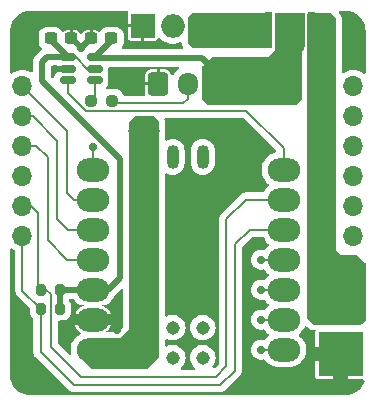
<source format=gtl>
G04 #@! TF.GenerationSoftware,KiCad,Pcbnew,7.0.1*
G04 #@! TF.CreationDate,2023-08-13T17:58:05+02:00*
G04 #@! TF.ProjectId,neopixel_cots_hat,6e656f70-6978-4656-9c5f-636f74735f68,1*
G04 #@! TF.SameCoordinates,Original*
G04 #@! TF.FileFunction,Copper,L1,Top*
G04 #@! TF.FilePolarity,Positive*
%FSLAX46Y46*%
G04 Gerber Fmt 4.6, Leading zero omitted, Abs format (unit mm)*
G04 Created by KiCad (PCBNEW 7.0.1) date 2023-08-13 17:58:05*
%MOMM*%
%LPD*%
G01*
G04 APERTURE LIST*
G04 Aperture macros list*
%AMRoundRect*
0 Rectangle with rounded corners*
0 $1 Rounding radius*
0 $2 $3 $4 $5 $6 $7 $8 $9 X,Y pos of 4 corners*
0 Add a 4 corners polygon primitive as box body*
4,1,4,$2,$3,$4,$5,$6,$7,$8,$9,$2,$3,0*
0 Add four circle primitives for the rounded corners*
1,1,$1+$1,$2,$3*
1,1,$1+$1,$4,$5*
1,1,$1+$1,$6,$7*
1,1,$1+$1,$8,$9*
0 Add four rect primitives between the rounded corners*
20,1,$1+$1,$2,$3,$4,$5,0*
20,1,$1+$1,$4,$5,$6,$7,0*
20,1,$1+$1,$6,$7,$8,$9,0*
20,1,$1+$1,$8,$9,$2,$3,0*%
%AMFreePoly0*
4,1,19,0.550000,-1.500000,0.000000,-1.500000,0.000000,-1.494911,-0.071157,-1.494911,-0.207708,-1.454816,-0.327430,-1.377875,-0.420627,-1.270320,-0.479746,-1.140866,-0.500000,-1.000000,-0.500000,1.000000,-0.479746,1.140866,-0.420627,1.270320,-0.327430,1.377875,-0.207708,1.454816,-0.071157,1.494911,0.000000,1.494911,0.000000,1.500000,0.550000,1.500000,0.550000,-1.500000,0.550000,-1.500000,
$1*%
G04 Aperture macros list end*
G04 #@! TA.AperFunction,SMDPad,CuDef*
%ADD10O,2.748280X1.998980*%
G04 #@! TD*
G04 #@! TA.AperFunction,SMDPad,CuDef*
%ADD11O,1.016000X2.032000*%
G04 #@! TD*
G04 #@! TA.AperFunction,SMDPad,CuDef*
%ADD12C,1.143000*%
G04 #@! TD*
G04 #@! TA.AperFunction,SMDPad,CuDef*
%ADD13FreePoly0,0.000000*%
G04 #@! TD*
G04 #@! TA.AperFunction,SMDPad,CuDef*
%ADD14R,2.500000X3.000000*%
G04 #@! TD*
G04 #@! TA.AperFunction,SMDPad,CuDef*
%ADD15FreePoly0,180.000000*%
G04 #@! TD*
G04 #@! TA.AperFunction,SMDPad,CuDef*
%ADD16RoundRect,0.200000X0.200000X0.275000X-0.200000X0.275000X-0.200000X-0.275000X0.200000X-0.275000X0*%
G04 #@! TD*
G04 #@! TA.AperFunction,ComponentPad*
%ADD17C,3.800000*%
G04 #@! TD*
G04 #@! TA.AperFunction,ComponentPad*
%ADD18R,3.800000X3.800000*%
G04 #@! TD*
G04 #@! TA.AperFunction,ComponentPad*
%ADD19O,2.000000X2.000000*%
G04 #@! TD*
G04 #@! TA.AperFunction,ComponentPad*
%ADD20O,1.700000X1.700000*%
G04 #@! TD*
G04 #@! TA.AperFunction,ComponentPad*
%ADD21R,2.000000X2.000000*%
G04 #@! TD*
G04 #@! TA.AperFunction,SMDPad,CuDef*
%ADD22RoundRect,0.237500X0.300000X0.237500X-0.300000X0.237500X-0.300000X-0.237500X0.300000X-0.237500X0*%
G04 #@! TD*
G04 #@! TA.AperFunction,SMDPad,CuDef*
%ADD23RoundRect,0.237500X-0.300000X-0.237500X0.300000X-0.237500X0.300000X0.237500X-0.300000X0.237500X0*%
G04 #@! TD*
G04 #@! TA.AperFunction,ComponentPad*
%ADD24RoundRect,0.250000X-0.600000X-0.725000X0.600000X-0.725000X0.600000X0.725000X-0.600000X0.725000X0*%
G04 #@! TD*
G04 #@! TA.AperFunction,ComponentPad*
%ADD25O,1.700000X1.950000*%
G04 #@! TD*
G04 #@! TA.AperFunction,SMDPad,CuDef*
%ADD26RoundRect,0.150000X-0.512500X-0.150000X0.512500X-0.150000X0.512500X0.150000X-0.512500X0.150000X0*%
G04 #@! TD*
G04 #@! TA.AperFunction,SMDPad,CuDef*
%ADD27RoundRect,0.237500X0.250000X0.237500X-0.250000X0.237500X-0.250000X-0.237500X0.250000X-0.237500X0*%
G04 #@! TD*
G04 #@! TA.AperFunction,ViaPad*
%ADD28C,0.700000*%
G04 #@! TD*
G04 #@! TA.AperFunction,ViaPad*
%ADD29C,0.800000*%
G04 #@! TD*
G04 #@! TA.AperFunction,Conductor*
%ADD30C,0.500000*%
G04 #@! TD*
G04 #@! TA.AperFunction,Conductor*
%ADD31C,0.200000*%
G04 #@! TD*
G04 APERTURE END LIST*
D10*
X112205683Y-75867820D03*
X112205683Y-73327820D03*
X112205683Y-70787820D03*
X112205683Y-68247820D03*
X112205683Y-65707820D03*
X112205683Y-63167820D03*
X112205683Y-60627820D03*
X96041123Y-60627820D03*
X96041123Y-63167820D03*
X96041123Y-65707820D03*
X96041123Y-68247820D03*
X96041123Y-70787820D03*
X96041123Y-73327820D03*
X96041123Y-75867820D03*
D11*
X105338803Y-59550000D03*
X102788803Y-59550000D03*
D12*
X105340000Y-76554187D03*
X102800000Y-76554187D03*
X105340000Y-74014187D03*
X102800000Y-74014187D03*
D13*
X110650000Y-48850000D03*
D14*
X112700000Y-48850000D03*
D15*
X114750000Y-48850000D03*
D16*
X93250000Y-72425000D03*
X91600000Y-72425000D03*
X93250000Y-70800000D03*
X91600000Y-70800000D03*
D17*
X117025000Y-71250000D03*
D18*
X117025000Y-76250000D03*
D19*
X107877000Y-48455000D03*
X105337000Y-48455000D03*
D20*
X118067000Y-53535000D03*
X118067000Y-56075000D03*
X118067000Y-58615000D03*
X118067000Y-61155000D03*
X118067000Y-63695000D03*
X118067000Y-66235000D03*
X90067000Y-66235000D03*
X90067000Y-63695000D03*
X90067000Y-61155000D03*
X90067000Y-58615000D03*
X90067000Y-56075000D03*
X90067000Y-53535000D03*
D19*
X102797000Y-48455000D03*
D21*
X100257000Y-48455000D03*
D22*
X95875000Y-49525000D03*
X97600000Y-49525000D03*
D23*
X94200000Y-49525000D03*
X92475000Y-49525000D03*
D24*
X101550000Y-53375000D03*
D25*
X104050000Y-53375000D03*
X106550000Y-53375000D03*
D26*
X96187500Y-51125000D03*
X96187500Y-52075000D03*
X96187500Y-53025000D03*
X93912500Y-53025000D03*
X93912500Y-52075000D03*
X93912500Y-51125000D03*
D27*
X97687500Y-54800000D03*
X95862500Y-54800000D03*
D28*
X93970000Y-74490000D03*
X93970000Y-73640000D03*
X98090000Y-73210000D03*
X95880000Y-48490000D03*
X94190000Y-48490000D03*
D29*
X100810000Y-58130000D03*
X99910000Y-58130000D03*
X101260000Y-57330000D03*
X99460000Y-57330000D03*
X100360000Y-57330000D03*
X100800000Y-56550000D03*
X99900000Y-56550000D03*
D28*
X98100000Y-74225000D03*
X98100000Y-72225000D03*
X117975000Y-50725000D03*
X117975000Y-48725000D03*
X108225000Y-59800000D03*
X104225000Y-61800000D03*
X108225000Y-61800000D03*
X106225000Y-61800000D03*
X90242000Y-74625000D03*
X104242000Y-72625000D03*
X114242000Y-78625000D03*
X90242000Y-48625000D03*
X90242000Y-78625000D03*
X90242000Y-50625000D03*
X106242000Y-68625000D03*
X104242000Y-70625000D03*
X90242000Y-76625000D03*
X92242000Y-78625000D03*
X98242000Y-52625000D03*
X104242000Y-68625000D03*
X106242000Y-70625000D03*
X110242000Y-78625000D03*
X112242000Y-78625000D03*
X110250000Y-75875000D03*
X110250000Y-73325000D03*
X110250000Y-70800000D03*
X110250000Y-68250000D03*
X92800000Y-52075000D03*
X95050000Y-50350000D03*
X96050000Y-58675000D03*
D30*
X97312180Y-70787820D02*
X96041123Y-70787820D01*
X91700000Y-51550000D02*
X91700000Y-53090000D01*
X98325000Y-69775000D02*
X97312180Y-70787820D01*
X92125000Y-51125000D02*
X91700000Y-51550000D01*
X91700000Y-53090000D02*
X98325000Y-59715000D01*
X98325000Y-59715000D02*
X98325000Y-69775000D01*
X93912500Y-51125000D02*
X92125000Y-51125000D01*
D31*
X95425000Y-55625000D02*
X109025000Y-55625000D01*
X93912500Y-54112500D02*
X95425000Y-55625000D01*
X109025000Y-55625000D02*
X112205683Y-58805683D01*
X93912500Y-53025000D02*
X93912500Y-54112500D01*
X112205683Y-58805683D02*
X112205683Y-60627820D01*
X108982180Y-63167820D02*
X112205683Y-63167820D01*
X107325000Y-77275000D02*
X107325000Y-64825000D01*
X106425000Y-78175000D02*
X107325000Y-77275000D01*
X95050000Y-78175000D02*
X106425000Y-78175000D01*
X92500000Y-75625000D02*
X95050000Y-78175000D01*
X92500000Y-71200000D02*
X92500000Y-75625000D01*
X92100000Y-70800000D02*
X92500000Y-71200000D01*
X91600000Y-70800000D02*
X92100000Y-70800000D01*
X107325000Y-64825000D02*
X108982180Y-63167820D01*
X106825000Y-78875000D02*
X108050000Y-77650000D01*
X109292180Y-65707820D02*
X112205683Y-65707820D01*
X94400000Y-78875000D02*
X106825000Y-78875000D01*
X108050000Y-66950000D02*
X109292180Y-65707820D01*
X91600000Y-76075000D02*
X94400000Y-78875000D01*
X91600000Y-72425000D02*
X91600000Y-76075000D01*
X108050000Y-77650000D02*
X108050000Y-66950000D01*
X110257180Y-75867820D02*
X110250000Y-75875000D01*
X112205683Y-75867820D02*
X110257180Y-75867820D01*
X110252820Y-73327820D02*
X110250000Y-73325000D01*
X112205683Y-73327820D02*
X110252820Y-73327820D01*
X110262180Y-70787820D02*
X110250000Y-70800000D01*
X112205683Y-70787820D02*
X110262180Y-70787820D01*
X110252180Y-68247820D02*
X110250000Y-68250000D01*
X112205683Y-68247820D02*
X110252180Y-68247820D01*
D30*
X93250000Y-70800000D02*
X96028943Y-70800000D01*
X96028943Y-70800000D02*
X96041123Y-70787820D01*
X93250000Y-72425000D02*
X93250000Y-70800000D01*
D31*
X91215000Y-58615000D02*
X90067000Y-58615000D01*
X92200000Y-66575000D02*
X92200000Y-59600000D01*
X92200000Y-59600000D02*
X91215000Y-58615000D01*
X93872820Y-68247820D02*
X92200000Y-66575000D01*
X96041123Y-68247820D02*
X93872820Y-68247820D01*
X90925000Y-56075000D02*
X90067000Y-56075000D01*
X93025000Y-64775000D02*
X93025000Y-58175000D01*
X93025000Y-58175000D02*
X90925000Y-56075000D01*
X93957820Y-65707820D02*
X93025000Y-64775000D01*
X96041123Y-65707820D02*
X93957820Y-65707820D01*
X90067000Y-53542000D02*
X90067000Y-53535000D01*
X93875000Y-62625000D02*
X93875000Y-57350000D01*
X94417820Y-63167820D02*
X93875000Y-62625000D01*
X93875000Y-57350000D02*
X90067000Y-53542000D01*
X96041123Y-63167820D02*
X94417820Y-63167820D01*
X91400000Y-64275000D02*
X90820000Y-63695000D01*
X91400000Y-70600000D02*
X91400000Y-64275000D01*
X90820000Y-63695000D02*
X90067000Y-63695000D01*
X91600000Y-70800000D02*
X91400000Y-70600000D01*
X90067000Y-70892000D02*
X90067000Y-66235000D01*
X91600000Y-72425000D02*
X90067000Y-70892000D01*
X104050000Y-54625000D02*
X104050000Y-53375000D01*
X103650000Y-55025000D02*
X104050000Y-54625000D01*
X97687500Y-54800000D02*
X97912500Y-55025000D01*
X97912500Y-55025000D02*
X103650000Y-55025000D01*
X95537500Y-52075000D02*
X94587500Y-51125000D01*
X94587500Y-51125000D02*
X93912500Y-51125000D01*
X96187500Y-52075000D02*
X95537500Y-52075000D01*
X96187500Y-53025000D02*
X96187500Y-54475000D01*
X96187500Y-54475000D02*
X95862500Y-54800000D01*
D30*
X93912500Y-52075000D02*
X92800000Y-52075000D01*
X96212500Y-51150000D02*
X96187500Y-51125000D01*
X105275000Y-51150000D02*
X96212500Y-51150000D01*
X106550000Y-52425000D02*
X105275000Y-51150000D01*
X106550000Y-53375000D02*
X106550000Y-52425000D01*
X95875000Y-49525000D02*
X95050000Y-50350000D01*
X94225000Y-49525000D02*
X95050000Y-50350000D01*
X94200000Y-49525000D02*
X94225000Y-49525000D01*
X97600000Y-49712500D02*
X96187500Y-51125000D01*
X97600000Y-49525000D02*
X97600000Y-49712500D01*
X92475000Y-49687500D02*
X93912500Y-51125000D01*
X92475000Y-49525000D02*
X92475000Y-49687500D01*
D31*
X96050000Y-60618943D02*
X96041123Y-60627820D01*
X96050000Y-58675000D02*
X96050000Y-60618943D01*
G04 #@! TA.AperFunction,Conductor*
G36*
X111137500Y-47366613D02*
G01*
X111182887Y-47412000D01*
X111199500Y-47474000D01*
X111199500Y-50226000D01*
X111182887Y-50288000D01*
X111137500Y-50333387D01*
X111075500Y-50350000D01*
X104501362Y-50350000D01*
X104453909Y-50340561D01*
X104413681Y-50313681D01*
X104136319Y-50036319D01*
X104109439Y-49996091D01*
X104100000Y-49948638D01*
X104100000Y-47751362D01*
X104109439Y-47703909D01*
X104136319Y-47663681D01*
X104413681Y-47386319D01*
X104453909Y-47359439D01*
X104501362Y-47350000D01*
X111075500Y-47350000D01*
X111137500Y-47366613D01*
G37*
G04 #@! TD.AperFunction*
G04 #@! TA.AperFunction,Conductor*
G36*
X113882592Y-49879113D02*
G01*
X113927979Y-49924500D01*
X113944592Y-49986500D01*
X113944592Y-50316545D01*
X113935153Y-50363998D01*
X113908273Y-50404226D01*
X113725000Y-50587499D01*
X113725000Y-54616138D01*
X113715561Y-54663591D01*
X113688681Y-54703819D01*
X113261319Y-55131181D01*
X113221091Y-55158061D01*
X113173638Y-55167500D01*
X105851362Y-55167500D01*
X105803909Y-55158061D01*
X105763681Y-55131181D01*
X105336319Y-54703819D01*
X105309439Y-54663591D01*
X105300000Y-54616138D01*
X105300000Y-51938862D01*
X105309439Y-51891409D01*
X105336319Y-51851181D01*
X106013681Y-51173819D01*
X106053909Y-51146939D01*
X106101362Y-51137500D01*
X110850000Y-51137500D01*
X111450000Y-50537500D01*
X111450000Y-50389399D01*
X111452383Y-50365206D01*
X111452624Y-50363998D01*
X111455408Y-50350000D01*
X111455408Y-49986500D01*
X111472021Y-49924500D01*
X111517408Y-49879113D01*
X111579408Y-49862500D01*
X113820592Y-49862500D01*
X113882592Y-49879113D01*
G37*
G04 #@! TD.AperFunction*
G04 #@! TA.AperFunction,Conductor*
G36*
X116121091Y-47359439D02*
G01*
X116161319Y-47386319D01*
X116563681Y-47788681D01*
X116590561Y-47828909D01*
X116600000Y-47876362D01*
X116600000Y-67400000D01*
X117025000Y-67825000D01*
X118323638Y-67825000D01*
X118371091Y-67834439D01*
X118411319Y-67861319D01*
X119088181Y-68538181D01*
X119115061Y-68578409D01*
X119124500Y-68625862D01*
X119124500Y-73324138D01*
X119115061Y-73371591D01*
X119088181Y-73411819D01*
X118786319Y-73713681D01*
X118746091Y-73740561D01*
X118698638Y-73750000D01*
X114751362Y-73750000D01*
X114703909Y-73740561D01*
X114663681Y-73713681D01*
X114236319Y-73286319D01*
X114209439Y-73246091D01*
X114200000Y-73198638D01*
X114200000Y-50389399D01*
X114200500Y-50384322D01*
X114200500Y-47474000D01*
X114217113Y-47412000D01*
X114262500Y-47366613D01*
X114324500Y-47350000D01*
X116073638Y-47350000D01*
X116121091Y-47359439D01*
G37*
G04 #@! TD.AperFunction*
G04 #@! TA.AperFunction,Conductor*
G36*
X110440040Y-66325797D02*
G01*
X110485618Y-66373300D01*
X110570988Y-66531049D01*
X110570990Y-66531052D01*
X110723671Y-66727217D01*
X110896796Y-66886591D01*
X110932134Y-66944079D01*
X110932134Y-67011561D01*
X110896796Y-67069049D01*
X110723674Y-67228420D01*
X110602557Y-67384031D01*
X110547221Y-67424351D01*
X110478923Y-67429158D01*
X110339393Y-67399500D01*
X110339391Y-67399500D01*
X110160609Y-67399500D01*
X110160607Y-67399500D01*
X109985735Y-67436669D01*
X109822408Y-67509387D01*
X109677768Y-67614474D01*
X109558140Y-67747334D01*
X109468749Y-67902164D01*
X109413503Y-68072195D01*
X109394815Y-68250000D01*
X109413503Y-68427804D01*
X109468749Y-68597835D01*
X109558140Y-68752665D01*
X109677771Y-68885527D01*
X109822403Y-68990610D01*
X109985735Y-69063330D01*
X110160607Y-69100500D01*
X110160609Y-69100500D01*
X110339391Y-69100500D01*
X110481836Y-69070222D01*
X110550133Y-69075029D01*
X110605467Y-69115348D01*
X110723672Y-69267217D01*
X110723674Y-69267219D01*
X110723675Y-69267220D01*
X110896796Y-69426591D01*
X110932134Y-69484079D01*
X110932134Y-69551561D01*
X110896796Y-69609049D01*
X110723674Y-69768420D01*
X110595878Y-69932611D01*
X110540542Y-69972931D01*
X110472244Y-69977738D01*
X110339393Y-69949500D01*
X110339391Y-69949500D01*
X110160609Y-69949500D01*
X110160607Y-69949500D01*
X109985735Y-69986669D01*
X109822408Y-70059387D01*
X109677768Y-70164474D01*
X109558140Y-70297334D01*
X109468749Y-70452164D01*
X109413503Y-70622195D01*
X109394815Y-70800000D01*
X109413503Y-70977804D01*
X109468749Y-71147835D01*
X109558140Y-71302665D01*
X109677771Y-71435527D01*
X109822403Y-71540610D01*
X109985735Y-71613330D01*
X110160607Y-71650500D01*
X110160609Y-71650500D01*
X110339391Y-71650500D01*
X110339392Y-71650500D01*
X110421049Y-71633143D01*
X110488513Y-71618803D01*
X110556811Y-71623610D01*
X110612147Y-71663930D01*
X110723674Y-71807220D01*
X110896796Y-71966591D01*
X110932134Y-72024079D01*
X110932134Y-72091561D01*
X110896796Y-72149049D01*
X110723674Y-72308420D01*
X110605896Y-72459740D01*
X110550560Y-72500060D01*
X110482263Y-72504867D01*
X110339394Y-72474500D01*
X110339391Y-72474500D01*
X110160609Y-72474500D01*
X110160607Y-72474500D01*
X109985735Y-72511669D01*
X109822408Y-72584387D01*
X109677768Y-72689474D01*
X109558140Y-72822334D01*
X109468749Y-72977164D01*
X109413503Y-73147195D01*
X109394815Y-73324999D01*
X109413503Y-73502804D01*
X109468749Y-73672835D01*
X109558140Y-73827665D01*
X109677771Y-73960527D01*
X109822403Y-74065610D01*
X109822406Y-74065611D01*
X109822407Y-74065612D01*
X109922134Y-74110013D01*
X109985735Y-74138330D01*
X110160607Y-74175500D01*
X110160609Y-74175500D01*
X110339391Y-74175500D01*
X110478496Y-74145932D01*
X110546793Y-74150739D01*
X110602129Y-74191059D01*
X110723674Y-74347220D01*
X110896796Y-74506591D01*
X110932134Y-74564079D01*
X110932134Y-74631561D01*
X110896796Y-74689049D01*
X110723674Y-74848420D01*
X110599217Y-75008321D01*
X110543881Y-75048641D01*
X110475583Y-75053448D01*
X110339393Y-75024500D01*
X110339391Y-75024500D01*
X110160609Y-75024500D01*
X110160607Y-75024500D01*
X109985735Y-75061669D01*
X109822408Y-75134387D01*
X109677768Y-75239474D01*
X109558140Y-75372334D01*
X109468749Y-75527164D01*
X109413503Y-75697195D01*
X109394815Y-75875000D01*
X109413503Y-76052804D01*
X109468749Y-76222835D01*
X109558140Y-76377665D01*
X109677771Y-76510527D01*
X109822403Y-76615610D01*
X109985735Y-76688330D01*
X110160607Y-76725500D01*
X110160609Y-76725500D01*
X110339391Y-76725500D01*
X110485176Y-76694512D01*
X110553471Y-76699319D01*
X110608807Y-76739639D01*
X110618437Y-76752012D01*
X110723672Y-76887217D01*
X110906562Y-77055580D01*
X111114670Y-77191543D01*
X111342318Y-77291399D01*
X111583297Y-77352423D01*
X111657574Y-77358577D01*
X111768984Y-77367810D01*
X111768990Y-77367810D01*
X112642376Y-77367810D01*
X112642382Y-77367810D01*
X112750350Y-77358863D01*
X112828069Y-77352423D01*
X113069048Y-77291399D01*
X113296696Y-77191543D01*
X113504804Y-77055580D01*
X113687694Y-76887217D01*
X113840378Y-76691049D01*
X113958692Y-76472424D01*
X114039407Y-76237308D01*
X114080323Y-75992113D01*
X114080323Y-75743527D01*
X114039407Y-75498332D01*
X113958692Y-75263216D01*
X113840378Y-75044591D01*
X113840375Y-75044587D01*
X113840374Y-75044585D01*
X113738588Y-74913812D01*
X113687694Y-74848423D01*
X113514568Y-74689048D01*
X113479231Y-74631561D01*
X113479231Y-74564079D01*
X113514568Y-74506591D01*
X113687694Y-74347217D01*
X113840378Y-74151049D01*
X113952881Y-73943161D01*
X113990927Y-73900525D01*
X114044056Y-73879477D01*
X114100983Y-73884490D01*
X114149615Y-73914500D01*
X114306235Y-74071120D01*
X114306239Y-74071123D01*
X114382837Y-74133986D01*
X114423065Y-74160866D01*
X114486523Y-74194786D01*
X114510462Y-74207582D01*
X114605289Y-74236348D01*
X114623650Y-74240000D01*
X114560000Y-74240000D01*
X114560000Y-78440000D01*
X114590000Y-78470000D01*
X114580000Y-78480000D01*
X114590000Y-78490000D01*
X119031707Y-78490000D01*
X119038814Y-78508546D01*
X119031963Y-78567333D01*
X118974019Y-78722688D01*
X118966669Y-78738782D01*
X118858959Y-78936036D01*
X118849394Y-78950919D01*
X118714710Y-79130836D01*
X118703124Y-79144207D01*
X118544207Y-79303124D01*
X118530836Y-79314710D01*
X118350919Y-79449394D01*
X118336036Y-79458959D01*
X118138782Y-79566669D01*
X118122688Y-79574019D01*
X117912112Y-79652559D01*
X117895137Y-79657543D01*
X117675529Y-79705316D01*
X117658017Y-79707834D01*
X117429418Y-79724184D01*
X117420572Y-79724500D01*
X106864892Y-79724500D01*
X106824999Y-79714275D01*
X106785108Y-79724500D01*
X94439892Y-79724500D01*
X94400000Y-79714275D01*
X94360108Y-79724500D01*
X90729428Y-79724500D01*
X90720582Y-79724184D01*
X90491982Y-79707834D01*
X90474470Y-79705316D01*
X90254862Y-79657543D01*
X90237887Y-79652559D01*
X90027311Y-79574019D01*
X90011217Y-79566669D01*
X89813963Y-79458959D01*
X89799080Y-79449394D01*
X89619163Y-79314710D01*
X89605792Y-79303124D01*
X89446875Y-79144207D01*
X89435289Y-79130836D01*
X89300605Y-78950919D01*
X89291040Y-78936036D01*
X89183330Y-78738782D01*
X89175983Y-78722694D01*
X89097437Y-78512103D01*
X89092458Y-78495144D01*
X89044683Y-78275529D01*
X89042165Y-78258017D01*
X89025816Y-78029418D01*
X89025500Y-78020572D01*
X89025500Y-67392592D01*
X89043491Y-67328264D01*
X89092243Y-67282603D01*
X89157610Y-67268857D01*
X89220621Y-67291016D01*
X89389170Y-67409035D01*
X89394905Y-67411709D01*
X89447081Y-67457466D01*
X89466500Y-67524091D01*
X89466500Y-70844513D01*
X89465439Y-70860699D01*
X89461317Y-70892000D01*
X89466500Y-70931360D01*
X89466500Y-70931361D01*
X89481956Y-71048762D01*
X89542463Y-71194840D01*
X89638716Y-71320281D01*
X89663768Y-71339503D01*
X89675964Y-71350199D01*
X90663181Y-72337416D01*
X90690061Y-72377644D01*
X90699500Y-72425097D01*
X90699500Y-72756617D01*
X90705913Y-72827193D01*
X90705914Y-72827196D01*
X90756522Y-72989606D01*
X90844528Y-73135185D01*
X90963183Y-73253840D01*
X90990061Y-73294066D01*
X90999500Y-73341519D01*
X90999500Y-76027513D01*
X90998439Y-76043699D01*
X90994317Y-76075000D01*
X90999500Y-76114360D01*
X90999500Y-76114361D01*
X91014956Y-76231762D01*
X91075463Y-76377840D01*
X91171716Y-76503281D01*
X91196768Y-76522503D01*
X91208964Y-76533199D01*
X93941799Y-79266034D01*
X93952494Y-79278229D01*
X93971717Y-79303282D01*
X94090711Y-79394588D01*
X94095630Y-79398902D01*
X94097157Y-79399534D01*
X94097158Y-79399535D01*
X94097159Y-79399536D01*
X94243238Y-79460044D01*
X94360639Y-79475500D01*
X94376293Y-79477561D01*
X94399999Y-79487079D01*
X94423704Y-79477561D01*
X94431303Y-79476560D01*
X94447487Y-79475500D01*
X106777513Y-79475500D01*
X106793696Y-79476560D01*
X106801295Y-79477561D01*
X106825000Y-79487079D01*
X106848707Y-79477561D01*
X106864361Y-79475500D01*
X106981762Y-79460044D01*
X107127841Y-79399536D01*
X107127841Y-79399535D01*
X107127841Y-79399534D01*
X107135305Y-79396443D01*
X107144082Y-79387072D01*
X107253282Y-79303282D01*
X107272509Y-79278223D01*
X107283190Y-79266043D01*
X108441043Y-78108190D01*
X108453223Y-78097509D01*
X108478282Y-78078282D01*
X108574536Y-77952841D01*
X108635044Y-77806762D01*
X108650500Y-77689361D01*
X108655682Y-77650000D01*
X108651560Y-77618697D01*
X108650500Y-77602513D01*
X108650500Y-67250097D01*
X108659939Y-67202644D01*
X108686819Y-67162416D01*
X109504596Y-66344639D01*
X109544824Y-66317759D01*
X109592277Y-66308320D01*
X110376566Y-66308320D01*
X110440040Y-66325797D01*
G37*
G04 #@! TD.AperFunction*
G04 #@! TA.AperFunction,Conductor*
G36*
X108772356Y-56234939D02*
G01*
X108812584Y-56261819D01*
X111517302Y-58966537D01*
X111549506Y-59022537D01*
X111549172Y-59087136D01*
X111516392Y-59142800D01*
X111460062Y-59174423D01*
X111342320Y-59204240D01*
X111114672Y-59304095D01*
X110975931Y-59394739D01*
X110906562Y-59440060D01*
X110885707Y-59459259D01*
X110723669Y-59608426D01*
X110570991Y-59804585D01*
X110452672Y-60023219D01*
X110371959Y-60258329D01*
X110331043Y-60503528D01*
X110331043Y-60752112D01*
X110371959Y-60997310D01*
X110452672Y-61232420D01*
X110570991Y-61451054D01*
X110723671Y-61647217D01*
X110896796Y-61806591D01*
X110932134Y-61864079D01*
X110932134Y-61931561D01*
X110896796Y-61989049D01*
X110723671Y-62148422D01*
X110570990Y-62344587D01*
X110570987Y-62344591D01*
X110570988Y-62344591D01*
X110485618Y-62502339D01*
X110440040Y-62549843D01*
X110376566Y-62567320D01*
X109029667Y-62567320D01*
X109013482Y-62566259D01*
X109009556Y-62565742D01*
X108982179Y-62562137D01*
X108946921Y-62566779D01*
X108942819Y-62567320D01*
X108825417Y-62582776D01*
X108679339Y-62643283D01*
X108553896Y-62739538D01*
X108534674Y-62764590D01*
X108523980Y-62776784D01*
X106933965Y-64366798D01*
X106921773Y-64377491D01*
X106896717Y-64396717D01*
X106802075Y-64520060D01*
X106802065Y-64520073D01*
X106800463Y-64522160D01*
X106739956Y-64668237D01*
X106719317Y-64824999D01*
X106723439Y-64856301D01*
X106724500Y-64872487D01*
X106724500Y-76974903D01*
X106715061Y-77022356D01*
X106688181Y-77062584D01*
X106363494Y-77387270D01*
X106310664Y-77418591D01*
X106249285Y-77420718D01*
X106194413Y-77393131D01*
X106159510Y-77342597D01*
X106153138Y-77281512D01*
X106176857Y-77224864D01*
X106255338Y-77120940D01*
X106255338Y-77120938D01*
X106255340Y-77120937D01*
X106343893Y-76943097D01*
X106398262Y-76752012D01*
X106400920Y-76723324D01*
X106416593Y-76554187D01*
X106398262Y-76356364D01*
X106398262Y-76356361D01*
X106343893Y-76165276D01*
X106255340Y-75987436D01*
X106135611Y-75828889D01*
X105988794Y-75695048D01*
X105819879Y-75590460D01*
X105819876Y-75590459D01*
X105634624Y-75518692D01*
X105439335Y-75482187D01*
X105240665Y-75482187D01*
X105045375Y-75518692D01*
X105045376Y-75518692D01*
X104860120Y-75590460D01*
X104691205Y-75695048D01*
X104544388Y-75828889D01*
X104424659Y-75987436D01*
X104336106Y-76165276D01*
X104281737Y-76356361D01*
X104263407Y-76554186D01*
X104281737Y-76752012D01*
X104336106Y-76943097D01*
X104424659Y-77120937D01*
X104544388Y-77279484D01*
X104631463Y-77358863D01*
X104664360Y-77407850D01*
X104670889Y-77466496D01*
X104649573Y-77521519D01*
X104605238Y-77560460D01*
X104547925Y-77574500D01*
X103592075Y-77574500D01*
X103534762Y-77560460D01*
X103490427Y-77521519D01*
X103469111Y-77466496D01*
X103475640Y-77407850D01*
X103508537Y-77358863D01*
X103595611Y-77279484D01*
X103715340Y-77120937D01*
X103803893Y-76943097D01*
X103858262Y-76752012D01*
X103860920Y-76723324D01*
X103876593Y-76554187D01*
X103858262Y-76356364D01*
X103858262Y-76356361D01*
X103803893Y-76165276D01*
X103715340Y-75987436D01*
X103595611Y-75828889D01*
X103448794Y-75695048D01*
X103279879Y-75590460D01*
X103279876Y-75590459D01*
X103094624Y-75518692D01*
X102899335Y-75482187D01*
X102700665Y-75482187D01*
X102505375Y-75518692D01*
X102505376Y-75518692D01*
X102320122Y-75590459D01*
X102320017Y-75590524D01*
X102319777Y-75590672D01*
X102318900Y-75590933D01*
X102309407Y-75594611D01*
X102309109Y-75593841D01*
X102257366Y-75609213D01*
X102194162Y-75593576D01*
X102147594Y-75548072D01*
X102130500Y-75485246D01*
X102130500Y-75083128D01*
X102147594Y-75020302D01*
X102194162Y-74974798D01*
X102257366Y-74959161D01*
X102309109Y-74974532D01*
X102309407Y-74973763D01*
X102318900Y-74977440D01*
X102319777Y-74977701D01*
X102320121Y-74977914D01*
X102505376Y-75049682D01*
X102700665Y-75086187D01*
X102899333Y-75086187D01*
X102899335Y-75086187D01*
X103094624Y-75049682D01*
X103279879Y-74977914D01*
X103448792Y-74873327D01*
X103595612Y-74739483D01*
X103715338Y-74580940D01*
X103715338Y-74580938D01*
X103715340Y-74580937D01*
X103803893Y-74403097D01*
X103858262Y-74212012D01*
X103863099Y-74159808D01*
X103876593Y-74014187D01*
X104263407Y-74014187D01*
X104281737Y-74212012D01*
X104336106Y-74403097D01*
X104424659Y-74580937D01*
X104544388Y-74739484D01*
X104691205Y-74873325D01*
X104691207Y-74873326D01*
X104691208Y-74873327D01*
X104860121Y-74977914D01*
X105045376Y-75049682D01*
X105240665Y-75086187D01*
X105439333Y-75086187D01*
X105439335Y-75086187D01*
X105634624Y-75049682D01*
X105819879Y-74977914D01*
X105988792Y-74873327D01*
X106135612Y-74739483D01*
X106255338Y-74580940D01*
X106255338Y-74580938D01*
X106255340Y-74580937D01*
X106343893Y-74403097D01*
X106398262Y-74212012D01*
X106403099Y-74159808D01*
X106416593Y-74014187D01*
X106398262Y-73816364D01*
X106398262Y-73816361D01*
X106343893Y-73625276D01*
X106255340Y-73447436D01*
X106135611Y-73288889D01*
X105988794Y-73155048D01*
X105819879Y-73050460D01*
X105815225Y-73048657D01*
X105634624Y-72978692D01*
X105439335Y-72942187D01*
X105240665Y-72942187D01*
X105053550Y-72977164D01*
X105045376Y-72978692D01*
X104860120Y-73050460D01*
X104691205Y-73155048D01*
X104544388Y-73288889D01*
X104424659Y-73447436D01*
X104336106Y-73625276D01*
X104281737Y-73816361D01*
X104263407Y-74014187D01*
X103876593Y-74014187D01*
X103858262Y-73816364D01*
X103858262Y-73816361D01*
X103803893Y-73625276D01*
X103715340Y-73447436D01*
X103595611Y-73288889D01*
X103448794Y-73155048D01*
X103279879Y-73050460D01*
X103275225Y-73048657D01*
X103094624Y-72978692D01*
X102899335Y-72942187D01*
X102700665Y-72942187D01*
X102513550Y-72977164D01*
X102505376Y-72978692D01*
X102320122Y-73050459D01*
X102320017Y-73050524D01*
X102319777Y-73050672D01*
X102318900Y-73050933D01*
X102309407Y-73054611D01*
X102309109Y-73053841D01*
X102257366Y-73069213D01*
X102194162Y-73053576D01*
X102147594Y-73008072D01*
X102130500Y-72945246D01*
X102130500Y-61056538D01*
X102146609Y-60995419D01*
X102190751Y-60950180D01*
X102251456Y-60932575D01*
X102312950Y-60947178D01*
X102400999Y-60994241D01*
X102591102Y-61051908D01*
X102788803Y-61071380D01*
X102986504Y-61051908D01*
X103176607Y-60994241D01*
X103351807Y-60900595D01*
X103505371Y-60774568D01*
X103631398Y-60621004D01*
X103725044Y-60445804D01*
X103782711Y-60255701D01*
X103797303Y-60107547D01*
X103797303Y-60107546D01*
X104330303Y-60107546D01*
X104344894Y-60255698D01*
X104344895Y-60255701D01*
X104402562Y-60445804D01*
X104496208Y-60621004D01*
X104622235Y-60774568D01*
X104775799Y-60900595D01*
X104950999Y-60994241D01*
X105141102Y-61051908D01*
X105338803Y-61071380D01*
X105536504Y-61051908D01*
X105726607Y-60994241D01*
X105901807Y-60900595D01*
X106055371Y-60774568D01*
X106181398Y-60621004D01*
X106275044Y-60445804D01*
X106332711Y-60255701D01*
X106347303Y-60107547D01*
X106347303Y-58992453D01*
X106332711Y-58844299D01*
X106275044Y-58654196D01*
X106181398Y-58478996D01*
X106055371Y-58325432D01*
X105901807Y-58199405D01*
X105901806Y-58199404D01*
X105807193Y-58148833D01*
X105726607Y-58105759D01*
X105536504Y-58048092D01*
X105536501Y-58048091D01*
X105338803Y-58028620D01*
X105141104Y-58048091D01*
X105077734Y-58067314D01*
X104950999Y-58105759D01*
X104950995Y-58105760D01*
X104950995Y-58105761D01*
X104775799Y-58199404D01*
X104622235Y-58325432D01*
X104496207Y-58478996D01*
X104402564Y-58654192D01*
X104402562Y-58654196D01*
X104374640Y-58746244D01*
X104344894Y-58844301D01*
X104330303Y-58992454D01*
X104330303Y-60107546D01*
X103797303Y-60107546D01*
X103797303Y-58992453D01*
X103782711Y-58844299D01*
X103725044Y-58654196D01*
X103631398Y-58478996D01*
X103505371Y-58325432D01*
X103351807Y-58199405D01*
X103351806Y-58199404D01*
X103257193Y-58148833D01*
X103176607Y-58105759D01*
X102986504Y-58048092D01*
X102986501Y-58048091D01*
X102788803Y-58028620D01*
X102591104Y-58048091D01*
X102451420Y-58090464D01*
X102400999Y-58105759D01*
X102312950Y-58152821D01*
X102251456Y-58167425D01*
X102190751Y-58149820D01*
X102146609Y-58104581D01*
X102130500Y-58043462D01*
X102130500Y-57584596D01*
X102136569Y-57546279D01*
X102145673Y-57518259D01*
X102145672Y-57518259D01*
X102145674Y-57518256D01*
X102165460Y-57330000D01*
X102145674Y-57141744D01*
X102139455Y-57122603D01*
X102136569Y-57113721D01*
X102130500Y-57075404D01*
X102130500Y-56626362D01*
X102123249Y-56552744D01*
X102120787Y-56527744D01*
X102111348Y-56480291D01*
X102111348Y-56480289D01*
X102082592Y-56385496D01*
X102079077Y-56328301D01*
X102101654Y-56275634D01*
X102145500Y-56238740D01*
X102201252Y-56225500D01*
X108724903Y-56225500D01*
X108772356Y-56234939D01*
G37*
G04 #@! TD.AperFunction*
G04 #@! TA.AperFunction,Conductor*
G36*
X94363246Y-71567977D02*
G01*
X94398213Y-71604420D01*
X94400116Y-71602940D01*
X94487192Y-71714815D01*
X94559112Y-71807217D01*
X94742002Y-71975580D01*
X94934333Y-72101235D01*
X94938866Y-72104197D01*
X94953596Y-72120000D01*
X94400000Y-72120000D01*
X94400000Y-74298579D01*
X94481907Y-74380000D01*
X94966526Y-74380000D01*
X94974350Y-74387922D01*
X94991097Y-74447708D01*
X94976764Y-74508117D01*
X94934943Y-74554006D01*
X94742003Y-74680058D01*
X94592182Y-74817979D01*
X94559116Y-74848420D01*
X94559109Y-74848426D01*
X94406431Y-75044585D01*
X94288112Y-75263219D01*
X94207399Y-75498329D01*
X94191461Y-75593841D01*
X94174215Y-75697195D01*
X94166483Y-75743528D01*
X94166483Y-75992113D01*
X94192932Y-76150617D01*
X94187567Y-76212257D01*
X94153086Y-76263632D01*
X94098073Y-76291950D01*
X94036225Y-76290159D01*
X93982942Y-76258707D01*
X93136819Y-75412584D01*
X93109939Y-75372356D01*
X93100500Y-75324903D01*
X93100500Y-73524500D01*
X93117113Y-73462500D01*
X93162500Y-73417113D01*
X93224500Y-73400500D01*
X93506617Y-73400500D01*
X93524260Y-73398896D01*
X93577196Y-73394086D01*
X93739606Y-73343478D01*
X93885185Y-73255472D01*
X94005472Y-73135185D01*
X94093478Y-72989606D01*
X94144086Y-72827196D01*
X94150500Y-72756616D01*
X94150500Y-72093384D01*
X94144086Y-72022804D01*
X94093478Y-71860394D01*
X94019881Y-71738650D01*
X94002012Y-71676373D01*
X94017992Y-71613584D01*
X94063458Y-71567426D01*
X94125998Y-71550500D01*
X94299772Y-71550500D01*
X94363246Y-71567977D01*
G37*
G04 #@! TD.AperFunction*
G04 #@! TA.AperFunction,Conductor*
G36*
X98543385Y-70765912D02*
G01*
X98580985Y-70809935D01*
X98594500Y-70866230D01*
X98594500Y-73889254D01*
X98585061Y-73936707D01*
X98558181Y-73976935D01*
X98201935Y-74333181D01*
X98161707Y-74360061D01*
X98114254Y-74369500D01*
X97730000Y-74369500D01*
X97730000Y-72120000D01*
X97870000Y-72120000D01*
X97730000Y-71980000D01*
X97730000Y-72120000D01*
X97130565Y-72120000D01*
X97147303Y-72101634D01*
X97340242Y-71975581D01*
X97340244Y-71975580D01*
X97523134Y-71807217D01*
X97675818Y-71611049D01*
X97794132Y-71392424D01*
X97797197Y-71383492D01*
X97824285Y-71338656D01*
X97849363Y-71312075D01*
X97851808Y-71309558D01*
X98382818Y-70778549D01*
X98432182Y-70748299D01*
X98489898Y-70743757D01*
X98543385Y-70765912D01*
G37*
G04 #@! TD.AperFunction*
G04 #@! TA.AperFunction,Conductor*
G36*
X103289599Y-51916047D02*
G01*
X103334641Y-51958790D01*
X103353313Y-52018010D01*
X103340933Y-52078858D01*
X103300606Y-52126075D01*
X103178598Y-52211505D01*
X103011505Y-52378598D01*
X102869743Y-52581057D01*
X102868061Y-52579879D01*
X102836939Y-52617109D01*
X102777191Y-52639247D01*
X102714338Y-52628791D01*
X102664975Y-52588503D01*
X102652470Y-52555938D01*
X102649041Y-52557218D01*
X102593352Y-52407910D01*
X102507188Y-52292811D01*
X102392089Y-52206647D01*
X102257375Y-52156402D01*
X102197824Y-52150000D01*
X101675000Y-52150000D01*
X101675000Y-53376000D01*
X101658387Y-53438000D01*
X101613000Y-53483387D01*
X101551000Y-53500000D01*
X100450000Y-53500000D01*
X100450000Y-54147824D01*
X100456402Y-54207375D01*
X100474973Y-54257166D01*
X100481824Y-54315953D01*
X100460647Y-54371220D01*
X100416266Y-54410376D01*
X100358791Y-54424500D01*
X98758775Y-54424500D01*
X98708560Y-54413877D01*
X98666948Y-54383829D01*
X98641069Y-54339504D01*
X98610908Y-54248484D01*
X98585552Y-54207375D01*
X98520340Y-54101650D01*
X98520339Y-54101649D01*
X98520338Y-54101647D01*
X98398352Y-53979661D01*
X98251515Y-53889091D01*
X98087753Y-53834825D01*
X97996044Y-53825457D01*
X97986676Y-53824500D01*
X97388323Y-53824500D01*
X97273736Y-53836206D01*
X97273458Y-53833486D01*
X97229143Y-53835805D01*
X97171065Y-53805352D01*
X97136641Y-53749536D01*
X97135499Y-53683968D01*
X97167954Y-53626991D01*
X97218081Y-53576865D01*
X97301744Y-53435398D01*
X97347598Y-53277569D01*
X97349768Y-53250000D01*
X100450000Y-53250000D01*
X101425000Y-53250000D01*
X101425000Y-52150000D01*
X100902176Y-52150000D01*
X100842624Y-52156402D01*
X100707910Y-52206647D01*
X100592811Y-52292811D01*
X100506647Y-52407910D01*
X100456402Y-52542624D01*
X100450000Y-52602176D01*
X100450000Y-53250000D01*
X97349768Y-53250000D01*
X97350500Y-53240694D01*
X97350500Y-52809306D01*
X97347598Y-52772431D01*
X97308904Y-52639247D01*
X97301745Y-52614604D01*
X97300869Y-52613123D01*
X97283600Y-52549998D01*
X97300871Y-52486874D01*
X97301744Y-52485398D01*
X97305307Y-52473136D01*
X97347597Y-52327572D01*
X97347596Y-52327572D01*
X97347598Y-52327569D01*
X97350500Y-52290694D01*
X97350500Y-52024500D01*
X97367113Y-51962500D01*
X97412500Y-51917113D01*
X97474500Y-51900500D01*
X103229483Y-51900500D01*
X103289599Y-51916047D01*
G37*
G04 #@! TD.AperFunction*
G04 #@! TA.AperFunction,Conductor*
G36*
X92938000Y-51892113D02*
G01*
X92961624Y-51915737D01*
X92963681Y-51913681D01*
X93000000Y-51950000D01*
X93913500Y-51950000D01*
X93975500Y-51966613D01*
X94020887Y-52012000D01*
X94037500Y-52074000D01*
X94037500Y-52076000D01*
X94020887Y-52138000D01*
X93975500Y-52183387D01*
X93913500Y-52200000D01*
X93000001Y-52200000D01*
X93000001Y-52256479D01*
X93003595Y-52279175D01*
X92999052Y-52336889D01*
X92968803Y-52386251D01*
X92881918Y-52473136D01*
X92798255Y-52614602D01*
X92752402Y-52772427D01*
X92750990Y-52790372D01*
X92726239Y-52855484D01*
X92670290Y-52896978D01*
X92600797Y-52901761D01*
X92539691Y-52868323D01*
X92486819Y-52815451D01*
X92459939Y-52775223D01*
X92450500Y-52727770D01*
X92450500Y-51999500D01*
X92467113Y-51937500D01*
X92512500Y-51892113D01*
X92574500Y-51875500D01*
X92876000Y-51875500D01*
X92938000Y-51892113D01*
G37*
G04 #@! TD.AperFunction*
G04 #@! TA.AperFunction,Conductor*
G36*
X117429418Y-47175816D02*
G01*
X117658020Y-47192165D01*
X117675529Y-47194683D01*
X117895144Y-47242458D01*
X117912103Y-47247437D01*
X118122694Y-47325983D01*
X118138777Y-47333327D01*
X118318087Y-47431239D01*
X118336036Y-47441040D01*
X118350919Y-47450605D01*
X118530836Y-47585289D01*
X118544207Y-47596875D01*
X118703124Y-47755792D01*
X118714710Y-47769163D01*
X118849394Y-47949080D01*
X118858959Y-47963963D01*
X118966669Y-48161217D01*
X118974019Y-48177311D01*
X119052559Y-48387887D01*
X119057543Y-48404862D01*
X119105316Y-48624470D01*
X119107834Y-48641982D01*
X119124184Y-48870582D01*
X119124500Y-48879428D01*
X119124500Y-52388612D01*
X119106509Y-52452940D01*
X119057757Y-52498601D01*
X118992390Y-52512346D01*
X118929379Y-52490188D01*
X118744830Y-52360965D01*
X118530663Y-52261097D01*
X118469501Y-52244709D01*
X118302407Y-52199936D01*
X118067000Y-52179340D01*
X117831592Y-52199936D01*
X117603336Y-52261097D01*
X117389170Y-52360965D01*
X117300623Y-52422967D01*
X117237610Y-52445127D01*
X117172243Y-52431381D01*
X117123491Y-52385720D01*
X117105500Y-52321392D01*
X117105500Y-47876362D01*
X117105499Y-47876361D01*
X117095787Y-47777744D01*
X117092583Y-47761637D01*
X117086348Y-47730289D01*
X117057582Y-47635462D01*
X117030763Y-47585289D01*
X117010866Y-47548065D01*
X116983986Y-47507837D01*
X116921123Y-47431239D01*
X116921120Y-47431235D01*
X116877066Y-47387181D01*
X116846816Y-47337818D01*
X116842274Y-47280102D01*
X116864429Y-47226615D01*
X116908452Y-47189015D01*
X116964747Y-47175500D01*
X117377405Y-47175500D01*
X117420572Y-47175500D01*
X117429418Y-47175816D01*
G37*
G04 #@! TD.AperFunction*
G04 #@! TA.AperFunction,Conductor*
G36*
X98974844Y-47193141D02*
G01*
X99020453Y-47241045D01*
X99034947Y-47305581D01*
X99025834Y-47333168D01*
X99026317Y-47333265D01*
X99007000Y-47430375D01*
X99007000Y-48330000D01*
X100258000Y-48330000D01*
X100320000Y-48346613D01*
X100365387Y-48392000D01*
X100382000Y-48454000D01*
X100382000Y-49705000D01*
X101281625Y-49705000D01*
X101354543Y-49690495D01*
X101437239Y-49635239D01*
X101492493Y-49552545D01*
X101493824Y-49545857D01*
X101524428Y-49485829D01*
X101581906Y-49450667D01*
X101649285Y-49450754D01*
X101706671Y-49486062D01*
X101777256Y-49562738D01*
X101777259Y-49562740D01*
X101973485Y-49715470D01*
X101973487Y-49715471D01*
X101973491Y-49715474D01*
X102192190Y-49833828D01*
X102427386Y-49914571D01*
X102672665Y-49955500D01*
X102921335Y-49955500D01*
X103166614Y-49914571D01*
X103401810Y-49833828D01*
X103411481Y-49828594D01*
X103473062Y-49813674D01*
X103533973Y-49831125D01*
X103578312Y-49876389D01*
X103594500Y-49937648D01*
X103594500Y-49948638D01*
X103604213Y-50047259D01*
X103613651Y-50094710D01*
X103642417Y-50189537D01*
X103657122Y-50217046D01*
X103671727Y-50278542D01*
X103654123Y-50339248D01*
X103608884Y-50383391D01*
X103547764Y-50399500D01*
X98596365Y-50399500D01*
X98533586Y-50382434D01*
X98488088Y-50335932D01*
X98472394Y-50272795D01*
X98490826Y-50210403D01*
X98512598Y-50175103D01*
X98573408Y-50076516D01*
X98627674Y-49912753D01*
X98638000Y-49811677D01*
X98637999Y-49238324D01*
X98627674Y-49137247D01*
X98573408Y-48973484D01*
X98482840Y-48826650D01*
X98482839Y-48826649D01*
X98482838Y-48826647D01*
X98360852Y-48704661D01*
X98214015Y-48614091D01*
X98111136Y-48580000D01*
X99007000Y-48580000D01*
X99007000Y-49479625D01*
X99021504Y-49552543D01*
X99076760Y-49635239D01*
X99159456Y-49690495D01*
X99232375Y-49705000D01*
X100132000Y-49705000D01*
X100132000Y-48580000D01*
X99007000Y-48580000D01*
X98111136Y-48580000D01*
X98050253Y-48559825D01*
X97958544Y-48550457D01*
X97949176Y-48549500D01*
X97250823Y-48549500D01*
X97149747Y-48559825D01*
X96985984Y-48614091D01*
X96839147Y-48704661D01*
X96717158Y-48826650D01*
X96679629Y-48887495D01*
X96629644Y-48933258D01*
X96563066Y-48945907D01*
X96499781Y-48921665D01*
X96411036Y-48855232D01*
X96279693Y-48806242D01*
X96221626Y-48800000D01*
X96000000Y-48800000D01*
X96000000Y-49526000D01*
X95983387Y-49588000D01*
X95938000Y-49633387D01*
X95876000Y-49650000D01*
X95874000Y-49650000D01*
X95812000Y-49633387D01*
X95766613Y-49588000D01*
X95750000Y-49526000D01*
X95750000Y-48800000D01*
X95528374Y-48800000D01*
X95470306Y-48806242D01*
X95338963Y-48855232D01*
X95226740Y-48939240D01*
X95136767Y-49059432D01*
X95093005Y-49096006D01*
X95037500Y-49109122D01*
X94981995Y-49096006D01*
X94938233Y-49059432D01*
X94848259Y-48939240D01*
X94736036Y-48855232D01*
X94604693Y-48806242D01*
X94546626Y-48800000D01*
X94325000Y-48800000D01*
X94325000Y-49526000D01*
X94308387Y-49588000D01*
X94263000Y-49633387D01*
X94201000Y-49650000D01*
X94199000Y-49650000D01*
X94137000Y-49633387D01*
X94091613Y-49588000D01*
X94075000Y-49526000D01*
X94075000Y-48800000D01*
X93853374Y-48800000D01*
X93795306Y-48806242D01*
X93663966Y-48855231D01*
X93575218Y-48921666D01*
X93511932Y-48945907D01*
X93445354Y-48933257D01*
X93395369Y-48887494D01*
X93357839Y-48826648D01*
X93235852Y-48704661D01*
X93089015Y-48614091D01*
X92925253Y-48559825D01*
X92833544Y-48550457D01*
X92824176Y-48549500D01*
X92125823Y-48549500D01*
X92024747Y-48559825D01*
X91860984Y-48614091D01*
X91714147Y-48704661D01*
X91592161Y-48826647D01*
X91501591Y-48973484D01*
X91447325Y-49137246D01*
X91437000Y-49238323D01*
X91437000Y-49811676D01*
X91447325Y-49912752D01*
X91501591Y-50076515D01*
X91592161Y-50223352D01*
X91696833Y-50328024D01*
X91726278Y-50374993D01*
X91732314Y-50430100D01*
X91713733Y-50482329D01*
X91674250Y-50521243D01*
X91655280Y-50532943D01*
X91640164Y-50545257D01*
X91587815Y-50600742D01*
X91585304Y-50603327D01*
X91214359Y-50974271D01*
X91200728Y-50986051D01*
X91181469Y-51000389D01*
X91149633Y-51038329D01*
X91142341Y-51046289D01*
X91138408Y-51050222D01*
X91119176Y-51074545D01*
X91116902Y-51077337D01*
X91067894Y-51135744D01*
X91057418Y-51152187D01*
X91025192Y-51221294D01*
X91023622Y-51224536D01*
X90989393Y-51292692D01*
X90982996Y-51311098D01*
X90967573Y-51385788D01*
X90966793Y-51389305D01*
X90949208Y-51463505D01*
X90947229Y-51482878D01*
X90949448Y-51559131D01*
X90949500Y-51562737D01*
X90949500Y-52266075D01*
X90931509Y-52330403D01*
X90882757Y-52376064D01*
X90817390Y-52389809D01*
X90754378Y-52367650D01*
X90744830Y-52360965D01*
X90530663Y-52261097D01*
X90469501Y-52244709D01*
X90302407Y-52199936D01*
X90067000Y-52179340D01*
X89831592Y-52199936D01*
X89603336Y-52261097D01*
X89389170Y-52360965D01*
X89220623Y-52478983D01*
X89157610Y-52501143D01*
X89092243Y-52487397D01*
X89043491Y-52441736D01*
X89025500Y-52377408D01*
X89025500Y-48879428D01*
X89025816Y-48870582D01*
X89029517Y-48818827D01*
X89042165Y-48641977D01*
X89044683Y-48624470D01*
X89060992Y-48549500D01*
X89092459Y-48404851D01*
X89097436Y-48387900D01*
X89175985Y-48177299D01*
X89183325Y-48161227D01*
X89291044Y-47963956D01*
X89300600Y-47949086D01*
X89435294Y-47769156D01*
X89446868Y-47755799D01*
X89605799Y-47596868D01*
X89619156Y-47585294D01*
X89799086Y-47450600D01*
X89813956Y-47441044D01*
X90011227Y-47333325D01*
X90027299Y-47325985D01*
X90237900Y-47247436D01*
X90254851Y-47242459D01*
X90474472Y-47194682D01*
X90491977Y-47192165D01*
X90720581Y-47175816D01*
X90729428Y-47175500D01*
X90772595Y-47175500D01*
X98911096Y-47175500D01*
X98974844Y-47193141D01*
G37*
G04 #@! TD.AperFunction*
G04 #@! TA.AperFunction,Conductor*
G36*
X95093005Y-49953993D02*
G01*
X95136768Y-49990567D01*
X95226743Y-50110761D01*
X95353236Y-50205452D01*
X95351183Y-50208193D01*
X95382442Y-50231387D01*
X95407328Y-50295580D01*
X95394136Y-50363153D01*
X95346935Y-50413274D01*
X95273133Y-50456920D01*
X95156918Y-50573135D01*
X95156727Y-50573459D01*
X95148340Y-50581713D01*
X95145842Y-50584212D01*
X95145822Y-50584192D01*
X95111429Y-50618044D01*
X95049992Y-50634330D01*
X94988557Y-50618037D01*
X94954178Y-50584191D01*
X94954158Y-50584212D01*
X94951523Y-50581577D01*
X94943266Y-50573448D01*
X94943081Y-50573135D01*
X94826865Y-50456919D01*
X94798571Y-50440186D01*
X94740468Y-50405824D01*
X94697585Y-50363428D01*
X94679771Y-50305817D01*
X94691240Y-50246615D01*
X94729279Y-50199824D01*
X94848258Y-50110758D01*
X94938232Y-49990567D01*
X94981995Y-49953993D01*
X95037500Y-49940877D01*
X95093005Y-49953993D01*
G37*
G04 #@! TD.AperFunction*
G04 #@! TA.AperFunction,Conductor*
G36*
X101121091Y-56084439D02*
G01*
X101161319Y-56111319D01*
X101588681Y-56538681D01*
X101615561Y-56578909D01*
X101625000Y-56626362D01*
X101625000Y-76443638D01*
X101615561Y-76491091D01*
X101588681Y-76531319D01*
X100631319Y-77488681D01*
X100591091Y-77515561D01*
X100543638Y-77525000D01*
X95976362Y-77525000D01*
X95928909Y-77515561D01*
X95888681Y-77488681D01*
X94936319Y-76536319D01*
X94909439Y-76496091D01*
X94900000Y-76448638D01*
X94900000Y-76026362D01*
X94909439Y-75978909D01*
X94936319Y-75938681D01*
X95963681Y-74911319D01*
X96003909Y-74884439D01*
X96051362Y-74875000D01*
X98375000Y-74875000D01*
X99100000Y-74150000D01*
X99100000Y-56651362D01*
X99109439Y-56603909D01*
X99136319Y-56563681D01*
X99588681Y-56111319D01*
X99628909Y-56084439D01*
X99676362Y-56075000D01*
X101073638Y-56075000D01*
X101121091Y-56084439D01*
G37*
G04 #@! TD.AperFunction*
G04 #@! TA.AperFunction,Conductor*
G36*
X114889504Y-74252456D02*
G01*
X114875000Y-74325375D01*
X114875000Y-75625000D01*
X117526000Y-75625000D01*
X117588000Y-75641613D01*
X117633387Y-75687000D01*
X117650000Y-75749000D01*
X117650000Y-78400000D01*
X118915781Y-78400000D01*
X118973256Y-78414124D01*
X119017637Y-78453280D01*
X119031707Y-78490000D01*
X114590000Y-78490000D01*
X114580000Y-78480000D01*
X114590000Y-78470000D01*
X114560000Y-78440000D01*
X114560000Y-76875000D01*
X114875000Y-76875000D01*
X114875000Y-78174625D01*
X114889504Y-78247543D01*
X114944760Y-78330239D01*
X115027456Y-78385495D01*
X115100375Y-78400000D01*
X116400000Y-78400000D01*
X116400000Y-76875000D01*
X114875000Y-76875000D01*
X114560000Y-76875000D01*
X114560000Y-74240000D01*
X114897827Y-74240000D01*
X114889504Y-74252456D01*
G37*
G04 #@! TD.AperFunction*
G04 #@! TA.AperFunction,Conductor*
G36*
X95237264Y-72132965D02*
G01*
X95192747Y-72169125D01*
X95023021Y-72250861D01*
X94841060Y-72383064D01*
X94685633Y-72545626D01*
X94561731Y-72733332D01*
X94521344Y-72827819D01*
X94521345Y-72827820D01*
X97565625Y-72827820D01*
X97462777Y-72636697D01*
X97322547Y-72460853D01*
X97153173Y-72312876D01*
X96960097Y-72197518D01*
X96899752Y-72174870D01*
X96852172Y-72142845D01*
X96839345Y-72120000D01*
X97730000Y-72120000D01*
X97730000Y-74380000D01*
X97093330Y-74380000D01*
X97241185Y-74272575D01*
X97396612Y-74110013D01*
X97520514Y-73922307D01*
X97560901Y-73827820D01*
X94516621Y-73827820D01*
X94619468Y-74018942D01*
X94759698Y-74194786D01*
X94929071Y-74342763D01*
X94991395Y-74380000D01*
X94481907Y-74380000D01*
X94400000Y-74298579D01*
X94400000Y-72120000D01*
X95243083Y-72120000D01*
X95237264Y-72132965D01*
G37*
G04 #@! TD.AperFunction*
G04 #@! TA.AperFunction,Conductor*
G36*
X97870000Y-72120000D02*
G01*
X97730000Y-72120000D01*
X97730000Y-71980000D01*
X97870000Y-72120000D01*
G37*
G04 #@! TD.AperFunction*
M02*

</source>
